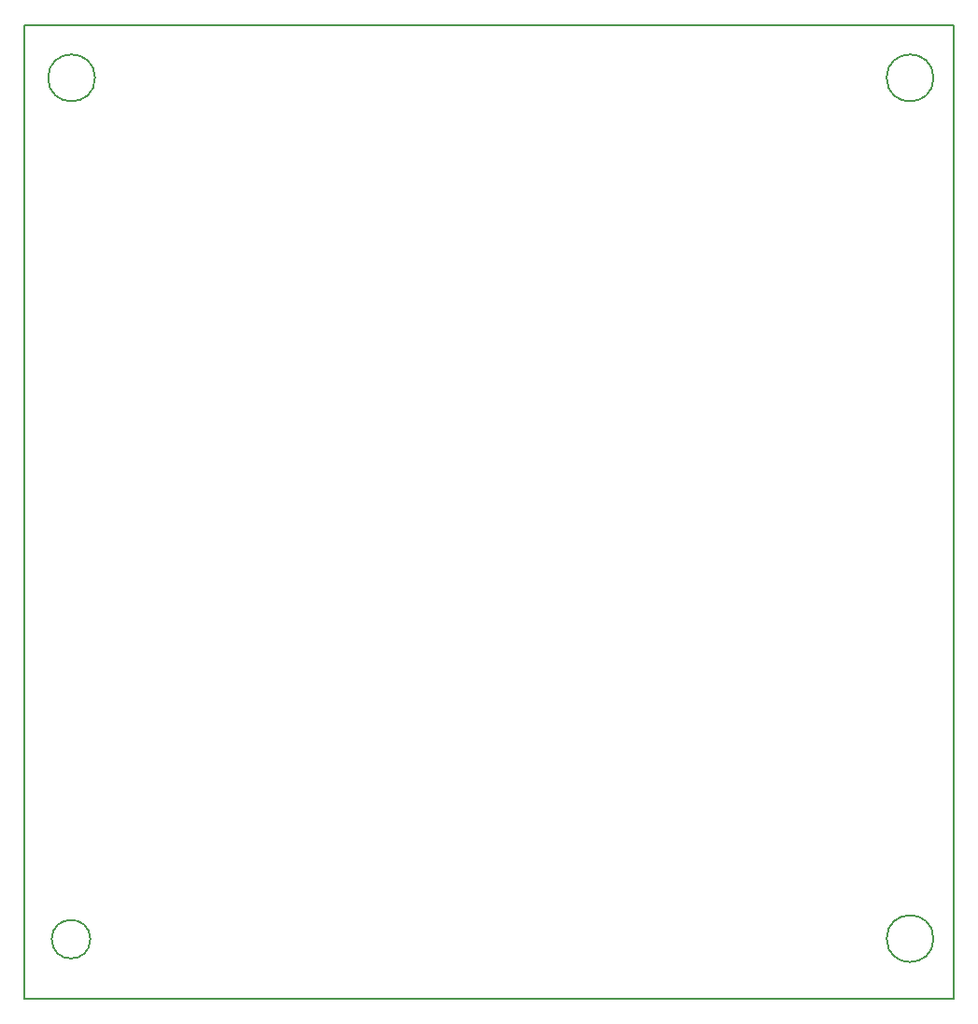
<source format=gm1>
G04 #@! TF.FileFunction,Profile,NP*
%FSLAX46Y46*%
G04 Gerber Fmt 4.6, Leading zero omitted, Abs format (unit mm)*
G04 Created by KiCad (PCBNEW 4.0.7) date 02/21/18 16:56:12*
%MOMM*%
%LPD*%
G01*
G04 APERTURE LIST*
%ADD10C,0.100000*%
%ADD11C,0.150000*%
G04 APERTURE END LIST*
D10*
D11*
X131671910Y-113050000D02*
G75*
G03X131671910Y-113050000I-2121910J0D01*
G01*
X131676029Y-35050000D02*
G75*
G03X131676029Y-35050000I-2126029J0D01*
G01*
X55676029Y-35050000D02*
G75*
G03X55676029Y-35050000I-2126029J0D01*
G01*
X55249286Y-113100000D02*
G75*
G03X55249286Y-113100000I-1749286J0D01*
G01*
X49250000Y-30250000D02*
X49750000Y-30250000D01*
X49250000Y-118500000D02*
X49250000Y-30250000D01*
X133500000Y-118500000D02*
X49250000Y-118500000D01*
X133500000Y-30250000D02*
X133500000Y-118500000D01*
X49250000Y-30250000D02*
X133500000Y-30250000D01*
M02*

</source>
